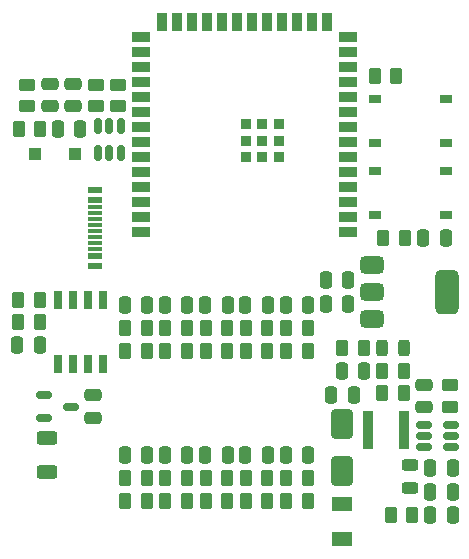
<source format=gtp>
%TF.GenerationSoftware,KiCad,Pcbnew,8.0.8*%
%TF.CreationDate,2025-05-08T14:25:14+01:00*%
%TF.ProjectId,esp32-canboard,65737033-322d-4636-916e-626f6172642e,rev?*%
%TF.SameCoordinates,Original*%
%TF.FileFunction,Paste,Top*%
%TF.FilePolarity,Positive*%
%FSLAX46Y46*%
G04 Gerber Fmt 4.6, Leading zero omitted, Abs format (unit mm)*
G04 Created by KiCad (PCBNEW 8.0.8) date 2025-05-08 14:25:14*
%MOMM*%
%LPD*%
G01*
G04 APERTURE LIST*
G04 Aperture macros list*
%AMRoundRect*
0 Rectangle with rounded corners*
0 $1 Rounding radius*
0 $2 $3 $4 $5 $6 $7 $8 $9 X,Y pos of 4 corners*
0 Add a 4 corners polygon primitive as box body*
4,1,4,$2,$3,$4,$5,$6,$7,$8,$9,$2,$3,0*
0 Add four circle primitives for the rounded corners*
1,1,$1+$1,$2,$3*
1,1,$1+$1,$4,$5*
1,1,$1+$1,$6,$7*
1,1,$1+$1,$8,$9*
0 Add four rect primitives between the rounded corners*
20,1,$1+$1,$2,$3,$4,$5,0*
20,1,$1+$1,$4,$5,$6,$7,0*
20,1,$1+$1,$6,$7,$8,$9,0*
20,1,$1+$1,$8,$9,$2,$3,0*%
G04 Aperture macros list end*
%ADD10RoundRect,0.250000X-0.450000X0.262500X-0.450000X-0.262500X0.450000X-0.262500X0.450000X0.262500X0*%
%ADD11RoundRect,0.250000X-0.262500X-0.450000X0.262500X-0.450000X0.262500X0.450000X-0.262500X0.450000X0*%
%ADD12RoundRect,0.250000X0.625000X-0.312500X0.625000X0.312500X-0.625000X0.312500X-0.625000X-0.312500X0*%
%ADD13RoundRect,0.250000X0.250000X0.475000X-0.250000X0.475000X-0.250000X-0.475000X0.250000X-0.475000X0*%
%ADD14RoundRect,0.250000X0.262500X0.450000X-0.262500X0.450000X-0.262500X-0.450000X0.262500X-0.450000X0*%
%ADD15RoundRect,0.250000X0.650000X-1.000000X0.650000X1.000000X-0.650000X1.000000X-0.650000X-1.000000X0*%
%ADD16RoundRect,0.375000X-0.625000X-0.375000X0.625000X-0.375000X0.625000X0.375000X-0.625000X0.375000X0*%
%ADD17RoundRect,0.500000X-0.500000X-1.400000X0.500000X-1.400000X0.500000X1.400000X-0.500000X1.400000X0*%
%ADD18R,0.950000X3.300000*%
%ADD19RoundRect,0.150000X-0.512500X-0.150000X0.512500X-0.150000X0.512500X0.150000X-0.512500X0.150000X0*%
%ADD20R,1.000000X0.750000*%
%ADD21RoundRect,0.250000X-0.250000X-0.475000X0.250000X-0.475000X0.250000X0.475000X-0.250000X0.475000X0*%
%ADD22RoundRect,0.250000X0.450000X-0.262500X0.450000X0.262500X-0.450000X0.262500X-0.450000X-0.262500X0*%
%ADD23R,0.650000X1.500000*%
%ADD24RoundRect,0.250000X-0.475000X0.250000X-0.475000X-0.250000X0.475000X-0.250000X0.475000X0.250000X0*%
%ADD25RoundRect,0.250000X0.475000X-0.250000X0.475000X0.250000X-0.475000X0.250000X-0.475000X-0.250000X0*%
%ADD26R,0.900000X0.900000*%
%ADD27R,1.500000X0.900000*%
%ADD28R,0.900000X1.500000*%
%ADD29R,1.150000X0.600000*%
%ADD30R,1.150000X0.300000*%
%ADD31R,1.000000X1.000000*%
%ADD32RoundRect,0.243750X0.456250X-0.243750X0.456250X0.243750X-0.456250X0.243750X-0.456250X-0.243750X0*%
%ADD33RoundRect,0.243750X-0.243750X-0.456250X0.243750X-0.456250X0.243750X0.456250X-0.243750X0.456250X0*%
%ADD34RoundRect,0.150000X0.150000X-0.512500X0.150000X0.512500X-0.150000X0.512500X-0.150000X-0.512500X0*%
%ADD35R,1.820000X1.160000*%
G04 APERTURE END LIST*
D10*
%TO.C,R11*%
X99550000Y-78195000D03*
X99550000Y-80020000D03*
%TD*%
D11*
%TO.C,R5*%
X118515000Y-100490000D03*
X120340000Y-100490000D03*
%TD*%
D12*
%TO.C,R7*%
X93500000Y-111015357D03*
X93500000Y-108090357D03*
%TD*%
D13*
%TO.C,C8*%
X119010000Y-94750000D03*
X117110000Y-94750000D03*
%TD*%
D14*
%TO.C,R16*%
X115572500Y-111502500D03*
X113747500Y-111502500D03*
%TD*%
D15*
%TO.C,D1*%
X118510000Y-110900000D03*
X118510000Y-106900000D03*
%TD*%
D16*
%TO.C,U2*%
X121050000Y-93420000D03*
X121050000Y-95720000D03*
X121050000Y-98020000D03*
D17*
X127350000Y-95720000D03*
%TD*%
D10*
%TO.C,R12*%
X97650000Y-78195000D03*
X97650000Y-80020000D03*
%TD*%
D18*
%TO.C,L1*%
X120712500Y-107450000D03*
X123762500Y-107450000D03*
%TD*%
D11*
%TO.C,R25*%
X103547500Y-113400000D03*
X105372500Y-113400000D03*
%TD*%
D14*
%TO.C,R3*%
X123725000Y-102405000D03*
X121900000Y-102405000D03*
%TD*%
D19*
%TO.C,ESD2*%
X93287500Y-104500000D03*
X93287500Y-106400000D03*
X95562500Y-105450000D03*
%TD*%
D14*
%TO.C,R13*%
X92882500Y-96380000D03*
X91057500Y-96380000D03*
%TD*%
D20*
%TO.C,SW2*%
X121293750Y-85477857D03*
X127293750Y-85477857D03*
X121293750Y-89227857D03*
X127293750Y-89227857D03*
%TD*%
D11*
%TO.C,R26*%
X103547500Y-111500000D03*
X105372500Y-111500000D03*
%TD*%
D21*
%TO.C,C1*%
X125950000Y-114625000D03*
X127850000Y-114625000D03*
%TD*%
%TO.C,C3*%
X125950000Y-110675000D03*
X127850000Y-110675000D03*
%TD*%
D22*
%TO.C,R9*%
X91790000Y-80020000D03*
X91790000Y-78195000D03*
%TD*%
D19*
%TO.C,U1*%
X125412500Y-107000000D03*
X125412500Y-107950000D03*
X125412500Y-108900000D03*
X127687500Y-108900000D03*
X127687500Y-107950000D03*
X127687500Y-107000000D03*
%TD*%
D14*
%TO.C,R40*%
X115575000Y-98795000D03*
X113750000Y-98795000D03*
%TD*%
D13*
%TO.C,C17*%
X108810000Y-109570000D03*
X106910000Y-109570000D03*
%TD*%
D11*
%TO.C,R38*%
X103547500Y-100700000D03*
X105372500Y-100700000D03*
%TD*%
%TO.C,R41*%
X110347500Y-98800000D03*
X112172500Y-98800000D03*
%TD*%
D23*
%TO.C,IC1*%
X98255000Y-96440000D03*
X96985000Y-96440000D03*
X95715000Y-96440000D03*
X94445000Y-96440000D03*
X94445000Y-101840000D03*
X95715000Y-101840000D03*
X96985000Y-101840000D03*
X98255000Y-101840000D03*
%TD*%
D13*
%TO.C,C9*%
X127287500Y-91130000D03*
X125387500Y-91130000D03*
%TD*%
%TO.C,C14*%
X96350000Y-81960000D03*
X94450000Y-81960000D03*
%TD*%
D11*
%TO.C,R20*%
X110347500Y-111500000D03*
X112172500Y-111500000D03*
%TD*%
D13*
%TO.C,C7*%
X119010000Y-96760000D03*
X117110000Y-96760000D03*
%TD*%
D24*
%TO.C,C12*%
X97450000Y-104500000D03*
X97450000Y-106400000D03*
%TD*%
D14*
%TO.C,R23*%
X108772500Y-111500000D03*
X106947500Y-111500000D03*
%TD*%
D11*
%TO.C,R8*%
X121995000Y-91130000D03*
X123820000Y-91130000D03*
%TD*%
D13*
%TO.C,C22*%
X108810000Y-96870000D03*
X106910000Y-96870000D03*
%TD*%
D11*
%TO.C,R4*%
X122600000Y-114600000D03*
X124425000Y-114600000D03*
%TD*%
D13*
%TO.C,C15*%
X115610000Y-109575000D03*
X113710000Y-109575000D03*
%TD*%
D14*
%TO.C,R39*%
X101972500Y-100700000D03*
X100147500Y-100700000D03*
%TD*%
%TO.C,R2*%
X123725000Y-104300000D03*
X121900000Y-104300000D03*
%TD*%
D21*
%TO.C,C6*%
X117570000Y-104420000D03*
X119470000Y-104420000D03*
%TD*%
D14*
%TO.C,R35*%
X115575000Y-100695000D03*
X113750000Y-100695000D03*
%TD*%
D25*
%TO.C,C11*%
X93730000Y-80020000D03*
X93730000Y-78120000D03*
%TD*%
D14*
%TO.C,R22*%
X108772500Y-113400000D03*
X106947500Y-113400000D03*
%TD*%
D26*
%TO.C,U3*%
X113154394Y-81550000D03*
X113150000Y-84350000D03*
X113150000Y-82950000D03*
X111754394Y-81550000D03*
X111750000Y-84350000D03*
X111750000Y-82950000D03*
X110354394Y-81550000D03*
X110350000Y-84350000D03*
X110350000Y-82950000D03*
D27*
X119000000Y-90670000D03*
X119000000Y-89400000D03*
X119000000Y-88130000D03*
X119000000Y-86860000D03*
X119000000Y-85590000D03*
X119000000Y-84320000D03*
X119000000Y-83050000D03*
X119000000Y-81780000D03*
X119000000Y-80510000D03*
X119000000Y-79240000D03*
X119000000Y-77970000D03*
X119000000Y-76700000D03*
X119000000Y-75430000D03*
X119000000Y-74160000D03*
D28*
X117235000Y-72910000D03*
X115965000Y-72910000D03*
X114695000Y-72910000D03*
X113425000Y-72910000D03*
X112155000Y-72910000D03*
X110885000Y-72910000D03*
X109615000Y-72910000D03*
X108345000Y-72910000D03*
X107075000Y-72910000D03*
X105805000Y-72910000D03*
X104535000Y-72910000D03*
X103265000Y-72910000D03*
D27*
X101500000Y-74160000D03*
X101500000Y-75430000D03*
X101500000Y-76700000D03*
X101500000Y-77970000D03*
X101500000Y-79240000D03*
X101500000Y-80510000D03*
X101500000Y-81780000D03*
X101500000Y-83050000D03*
X101500000Y-84320000D03*
X101500000Y-85590000D03*
X101500000Y-86860000D03*
X101500000Y-88130000D03*
X101500000Y-89400000D03*
X101500000Y-90670000D03*
%TD*%
D13*
%TO.C,C19*%
X102010000Y-109570000D03*
X100110000Y-109570000D03*
%TD*%
D11*
%TO.C,R36*%
X110347500Y-100700000D03*
X112172500Y-100700000D03*
%TD*%
D14*
%TO.C,R29*%
X101972500Y-111500000D03*
X100147500Y-111500000D03*
%TD*%
%TO.C,R28*%
X101972500Y-113400000D03*
X100147500Y-113400000D03*
%TD*%
D21*
%TO.C,C5*%
X118450000Y-102430000D03*
X120350000Y-102430000D03*
%TD*%
%TO.C,C2*%
X125950000Y-112650000D03*
X127850000Y-112650000D03*
%TD*%
D14*
%TO.C,R42*%
X108772500Y-98800000D03*
X106947500Y-98800000D03*
%TD*%
D21*
%TO.C,C21*%
X110310000Y-96870000D03*
X112210000Y-96870000D03*
%TD*%
D14*
%TO.C,R44*%
X101972500Y-98800000D03*
X100147500Y-98800000D03*
%TD*%
D29*
%TO.C,CONN2*%
X97605000Y-87130000D03*
X97605000Y-87930000D03*
D30*
X97605000Y-89080000D03*
X97605000Y-90080000D03*
X97605000Y-90580000D03*
X97605000Y-91580000D03*
D29*
X97605000Y-92730000D03*
X97605000Y-93530000D03*
D30*
X97605000Y-92080000D03*
X97605000Y-91080000D03*
X97605000Y-89580000D03*
X97605000Y-88580000D03*
%TD*%
D21*
%TO.C,C18*%
X103510000Y-109570000D03*
X105410000Y-109570000D03*
%TD*%
D13*
%TO.C,C24*%
X102010000Y-96870000D03*
X100110000Y-96870000D03*
%TD*%
%TO.C,C10*%
X92882500Y-100230000D03*
X90982500Y-100230000D03*
%TD*%
D31*
%TO.C,D2*%
X92500000Y-84040000D03*
X95900000Y-84040000D03*
%TD*%
D21*
%TO.C,C23*%
X103510000Y-96870000D03*
X105410000Y-96870000D03*
%TD*%
D11*
%TO.C,R6*%
X121275000Y-77490000D03*
X123100000Y-77490000D03*
%TD*%
D32*
%TO.C,LED1*%
X124225000Y-112300000D03*
X124225000Y-110425000D03*
%TD*%
D14*
%TO.C,R37*%
X108772500Y-100700000D03*
X106947500Y-100700000D03*
%TD*%
%TO.C,R15*%
X115572500Y-113405000D03*
X113747500Y-113405000D03*
%TD*%
D11*
%TO.C,R19*%
X110347500Y-113400000D03*
X112172500Y-113400000D03*
%TD*%
D10*
%TO.C,R1*%
X127650000Y-103637500D03*
X127650000Y-105462500D03*
%TD*%
D25*
%TO.C,C13*%
X95700000Y-80020000D03*
X95700000Y-78120000D03*
%TD*%
D33*
%TO.C,LED2*%
X121865000Y-100510000D03*
X123740000Y-100510000D03*
%TD*%
D14*
%TO.C,R14*%
X92882500Y-98280000D03*
X91057500Y-98280000D03*
%TD*%
D11*
%TO.C,R43*%
X103547500Y-98800000D03*
X105372500Y-98800000D03*
%TD*%
D25*
%TO.C,C4*%
X125475000Y-105500000D03*
X125475000Y-103600000D03*
%TD*%
D34*
%TO.C,ESD1*%
X97850000Y-83975000D03*
X98800000Y-83975000D03*
X99750000Y-83975000D03*
X99750000Y-81700000D03*
X98800000Y-81700000D03*
X97850000Y-81700000D03*
%TD*%
D11*
%TO.C,R10*%
X91105000Y-81960000D03*
X92930000Y-81960000D03*
%TD*%
D35*
%TO.C,F1*%
X118500000Y-113690000D03*
X118500000Y-116640000D03*
%TD*%
D20*
%TO.C,SW1*%
X121293750Y-79380000D03*
X127293750Y-79380000D03*
X121293750Y-83130000D03*
X127293750Y-83130000D03*
%TD*%
D21*
%TO.C,C16*%
X110310000Y-109570000D03*
X112210000Y-109570000D03*
%TD*%
D13*
%TO.C,C20*%
X115612500Y-96870000D03*
X113712500Y-96870000D03*
%TD*%
M02*

</source>
